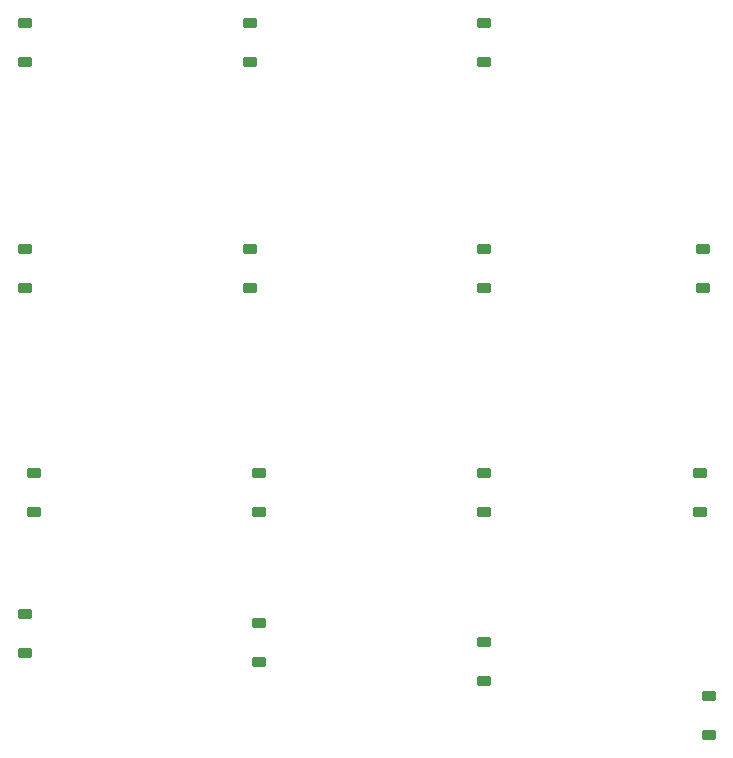
<source format=gbr>
%TF.GenerationSoftware,KiCad,Pcbnew,9.0.2*%
%TF.CreationDate,2025-06-27T23:38:42-07:00*%
%TF.ProjectId,bigMacro,6269674d-6163-4726-9f2e-6b696361645f,rev?*%
%TF.SameCoordinates,Original*%
%TF.FileFunction,Paste,Top*%
%TF.FilePolarity,Positive*%
%FSLAX46Y46*%
G04 Gerber Fmt 4.6, Leading zero omitted, Abs format (unit mm)*
G04 Created by KiCad (PCBNEW 9.0.2) date 2025-06-27 23:38:42*
%MOMM*%
%LPD*%
G01*
G04 APERTURE LIST*
G04 Aperture macros list*
%AMRoundRect*
0 Rectangle with rounded corners*
0 $1 Rounding radius*
0 $2 $3 $4 $5 $6 $7 $8 $9 X,Y pos of 4 corners*
0 Add a 4 corners polygon primitive as box body*
4,1,4,$2,$3,$4,$5,$6,$7,$8,$9,$2,$3,0*
0 Add four circle primitives for the rounded corners*
1,1,$1+$1,$2,$3*
1,1,$1+$1,$4,$5*
1,1,$1+$1,$6,$7*
1,1,$1+$1,$8,$9*
0 Add four rect primitives between the rounded corners*
20,1,$1+$1,$2,$3,$4,$5,0*
20,1,$1+$1,$4,$5,$6,$7,0*
20,1,$1+$1,$6,$7,$8,$9,0*
20,1,$1+$1,$8,$9,$2,$3,0*%
G04 Aperture macros list end*
%ADD10RoundRect,0.225000X0.375000X-0.225000X0.375000X0.225000X-0.375000X0.225000X-0.375000X-0.225000X0*%
G04 APERTURE END LIST*
D10*
%TO.C,D7*%
X88106250Y-50068750D03*
X88106250Y-46768750D03*
%TD*%
%TO.C,D12*%
X69056250Y-88168750D03*
X69056250Y-84868750D03*
%TD*%
%TO.C,D18*%
X107134730Y-106992442D03*
X107134730Y-103692442D03*
%TD*%
%TO.C,D3*%
X49212500Y-69181250D03*
X49212500Y-65881250D03*
%TD*%
%TO.C,D8*%
X88106250Y-69181250D03*
X88106250Y-65881250D03*
%TD*%
%TO.C,D10*%
X106631250Y-69181250D03*
X106631250Y-65881250D03*
%TD*%
%TO.C,D11*%
X50006250Y-88168750D03*
X50006250Y-84868750D03*
%TD*%
%TO.C,D1*%
X49212500Y-50068750D03*
X49212500Y-46768750D03*
%TD*%
%TO.C,D2*%
X68262500Y-50068750D03*
X68262500Y-46768750D03*
%TD*%
%TO.C,D15*%
X49212500Y-100075000D03*
X49212500Y-96775000D03*
%TD*%
%TO.C,D13*%
X88106250Y-88168750D03*
X88106250Y-84868750D03*
%TD*%
%TO.C,D4*%
X68262500Y-69181250D03*
X68262500Y-65881250D03*
%TD*%
%TO.C,D17*%
X88106250Y-102456250D03*
X88106250Y-99156250D03*
%TD*%
%TO.C,D14*%
X106362500Y-88168750D03*
X106362500Y-84868750D03*
%TD*%
%TO.C,D16*%
X69056250Y-100868750D03*
X69056250Y-97568750D03*
%TD*%
M02*

</source>
